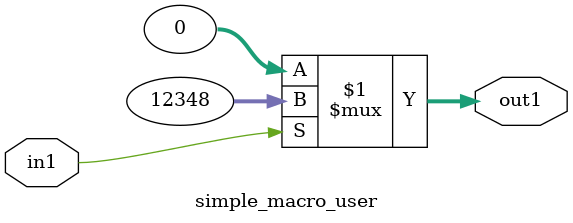
<source format=sv>
module simple_macro_user (
    input logic in1,
    output logic [31:0] out1
);
    `define SIMPLE_VALUE 32'd12345
    `define ANOTHER_SIMPLE (1 + 2)
    assign out1 = in1 ? (`SIMPLE_VALUE + `ANOTHER_SIMPLE) : 32'd0;
endmodule


</source>
